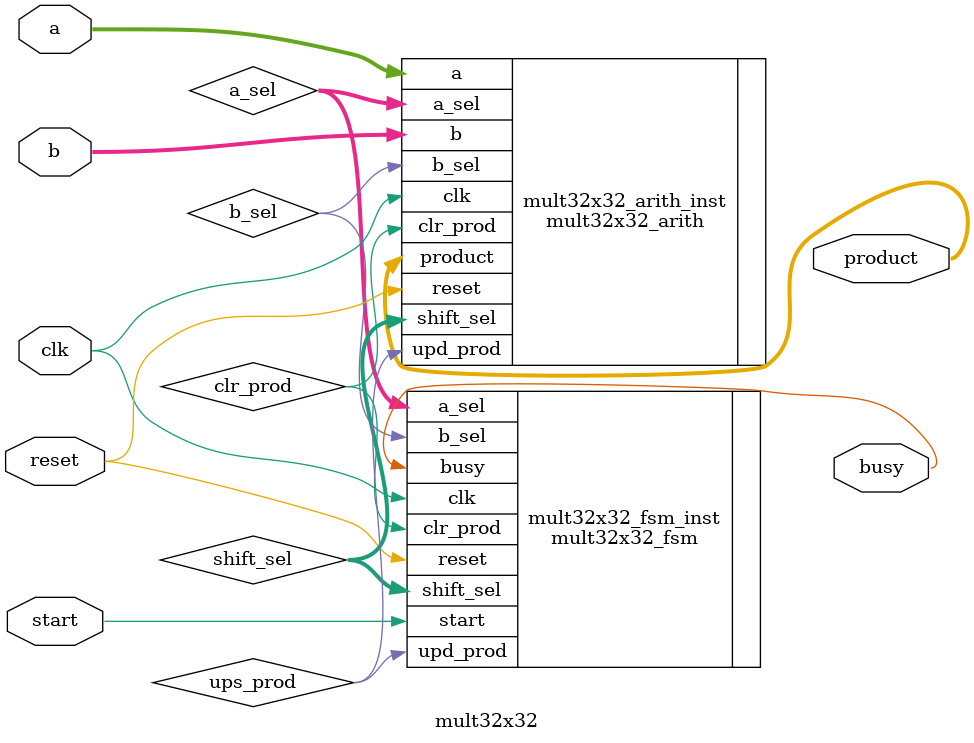
<source format=sv>
module mult32x32 (
    input logic clk,            // Clock
    input logic reset,          // Reset
    input logic start,          // Start signal
    input logic [31:0] a,       // Input a
    input logic [31:0] b,       // Input b
    output logic busy,          // Multiplier busy indication
    output logic [63:0] product // Miltiplication product
);

// Put your code here
logic [1:0]a_sel;
logic b_sel;
logic [2:0]shift_sel;
logic upd_prod;
logic clr_prod;

mult32x32_fsm mult32x32_fsm_inst (
.clk(clk),
.reset(reset), 
.start(start), 
.busy(busy), 
.a_sel(a_sel), 
.b_sel(b_sel), 
.shift_sel(shift_sel), 
.upd_prod(ups_prod), 
.clr_prod(clr_prod)
);

mult32x32_arith mult32x32_arith_inst (
.clk(clk), 
.reset(reset), 
.a(a), 
.b(b), 
.a_sel(a_sel), 
.b_sel(b_sel), 
.shift_sel(shift_sel), 
.upd_prod(ups_prod), 
.clr_prod(clr_prod), 
.product(product)
);

// End of your code

endmodule

</source>
